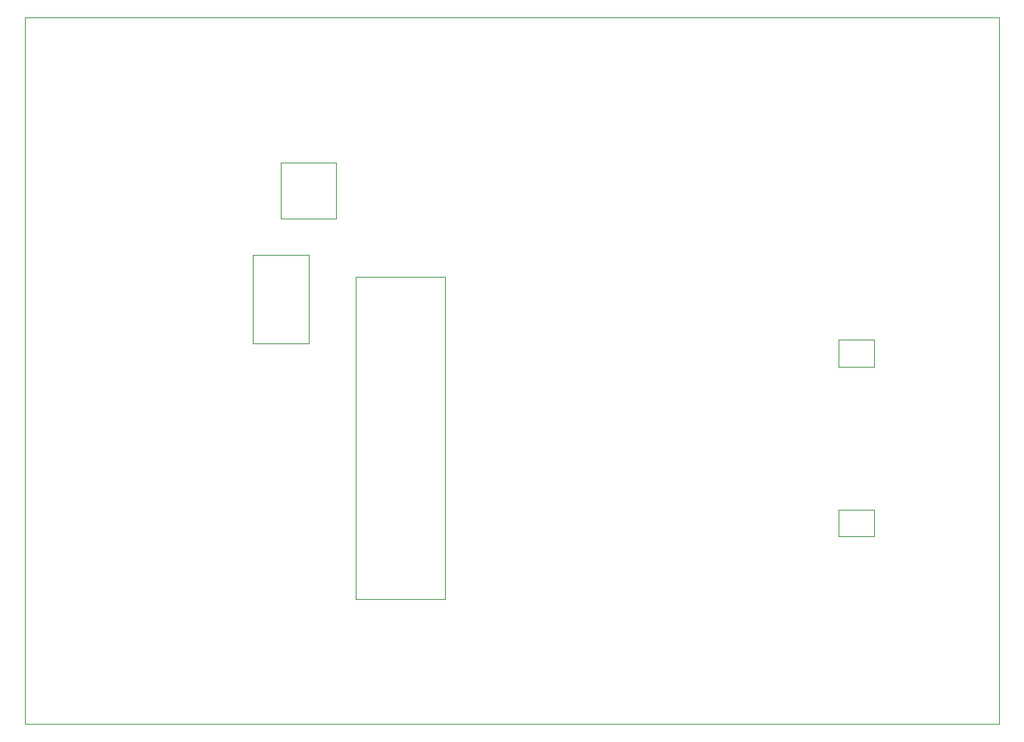
<source format=gko>
%FSLAX34Y34*%
G04 Gerber Fmt 3.4, Leading zero omitted, Abs format*
G04 (created by PCBNEW (2014-03-19 BZR 4756)-product) date Mon 28 Jul 2014 01:04:08 PM AKDT*
%MOIN*%
G01*
G70*
G90*
G04 APERTURE LIST*
%ADD10C,0.005906*%
%ADD11C,0.003937*%
G04 APERTURE END LIST*
G54D10*
G54D11*
X72834Y-24783D02*
X72795Y-24783D01*
X72834Y-28740D02*
X72834Y-24783D01*
X29921Y-24783D02*
X29921Y-28740D01*
X43622Y-33622D02*
X41181Y-33622D01*
X43622Y-31181D02*
X43622Y-33622D01*
X41181Y-31181D02*
X43622Y-31181D01*
X41181Y-33622D02*
X41181Y-31181D01*
X42440Y-35236D02*
X39960Y-35236D01*
X42440Y-35275D02*
X42440Y-35236D01*
X42440Y-39133D02*
X42440Y-35275D01*
X39960Y-39133D02*
X42440Y-39133D01*
X39960Y-35236D02*
X39960Y-39133D01*
X67322Y-47244D02*
X67322Y-47637D01*
X65748Y-47244D02*
X65748Y-47637D01*
X67322Y-38976D02*
X67322Y-39370D01*
X65748Y-38976D02*
X65748Y-39370D01*
X67322Y-40157D02*
X65748Y-40157D01*
X67322Y-39370D02*
X67322Y-40157D01*
X65748Y-38976D02*
X67322Y-38976D01*
X65748Y-40157D02*
X65748Y-39370D01*
X65748Y-47244D02*
X65748Y-46456D01*
X67322Y-47637D02*
X65748Y-47637D01*
X67322Y-46456D02*
X67322Y-47244D01*
X65748Y-46456D02*
X67322Y-46456D01*
X72834Y-24783D02*
X29921Y-24783D01*
X29921Y-55905D02*
X29921Y-28740D01*
X72834Y-55905D02*
X29921Y-55905D01*
X72834Y-28740D02*
X72834Y-55905D01*
X48425Y-36220D02*
X48425Y-50393D01*
X44488Y-36220D02*
X48425Y-36220D01*
X44488Y-50393D02*
X44488Y-36220D01*
X48425Y-50393D02*
X44488Y-50393D01*
M02*

</source>
